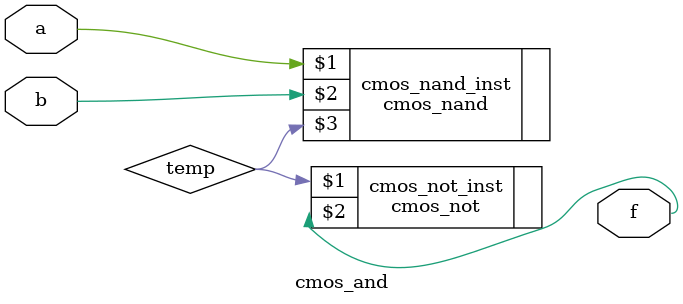
<source format=v>
`timescale 1ns / 1ps

module cmos_and(
    input a,b,
    output f
);
    wire temp;
    cmos_nand cmos_nand_inst(a,b,temp);
    cmos_not cmos_not_inst(temp,f);
endmodule

</source>
